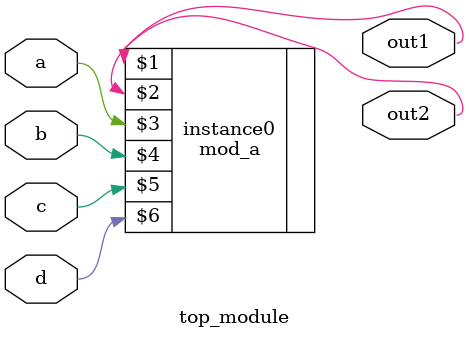
<source format=v>
module top_module ( 
    input a, 
    input b, 
    input c,
    input d,
    output out1,
    output out2
);
    mod_a instance0(out1,out2,a,b,c,d);

endmodule

</source>
